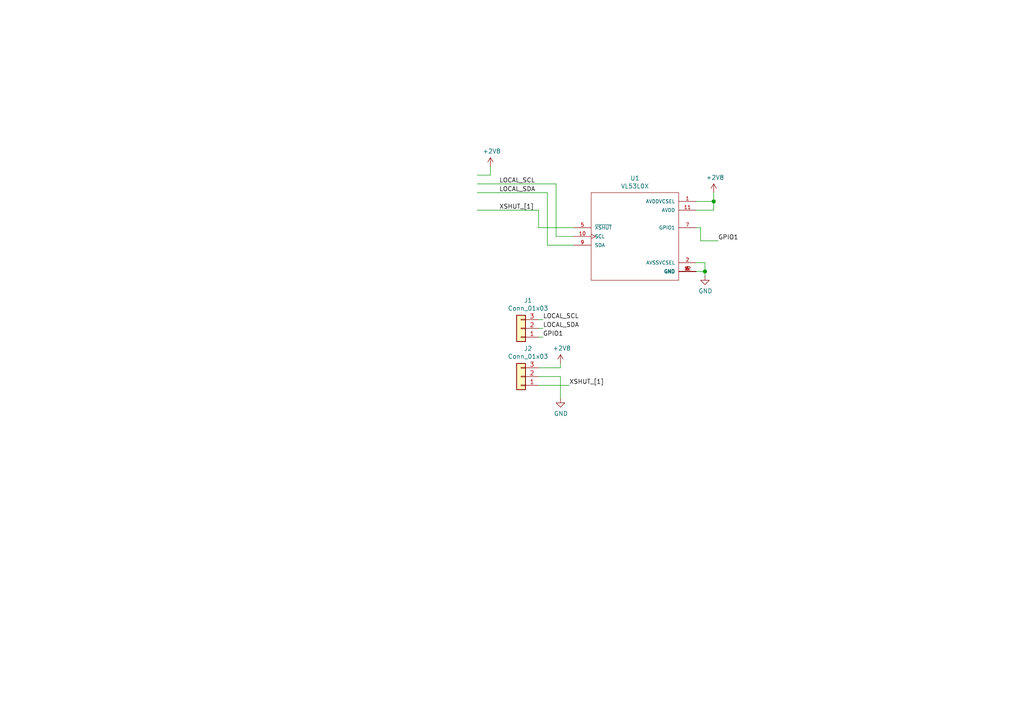
<source format=kicad_sch>
(kicad_sch (version 20201015) (generator eeschema)
  (paper "A4")
  (lib_symbols
    (symbol "Connector_Generic:Conn_01x03" (pin_names (offset 1.016) hide)
      (property "Reference" "J" (at 0 5.08 0))
      (property "Value" "Conn_01x03" (at 0 -5.08 0))
      (symbol "Conn_01x03_1_1"
        (rectangle (start -1.27 -2.413) (end 0 -2.667) (stroke (width 0.1524)))
        (rectangle (start -1.27 2.667) (end 0 2.413) (stroke (width 0.1524)))
        (rectangle (start -1.27 3.81) (end 1.27 -3.81) (stroke (width 0.254)) (fill (type background)))
        (rectangle (start -1.27 0.127) (end 0 -0.127) (stroke (width 0.1524)))
        (pin passive line (at -5.08 2.54 0) (length 3.81) (name "Pin_1") (number "1"))
        (pin passive line (at -5.08 0 0) (length 3.81) (name "Pin_2") (number "2"))
        (pin passive line (at -5.08 -2.54 0) (length 3.81) (name "Pin_3") (number "3"))
      )
    )
    (symbol "VL53L0X:VL53L0X" (pin_names (offset 1.016))
      (property "Reference" "U" (at -12.7254 13.2334 0))
      (property "Value" "VL53L0X" (at -12.7254 -15.2654 0))
      (symbol "VL53L0X_0_0"
        (polyline (pts (xy -12.7 12.7) (xy -12.7 -12.7)) (stroke (width 0.127)))
        (polyline (pts (xy -12.7 -12.7) (xy 12.7 -12.7)) (stroke (width 0.127)))
        (polyline (pts (xy 12.7 -12.7) (xy 12.7 12.7)) (stroke (width 0.127)))
        (polyline (pts (xy 12.7 12.7) (xy -12.7 12.7)) (stroke (width 0.127)))
        (pin power_in line (at 17.78 10.16 180) (length 5.08) (name "AVDDVCSEL") (number "1"))
        (pin input line (at -17.78 2.54 0) (length 5.08) (name "~XSHUT~") (number "5"))
        (pin power_in line (at 17.78 -10.16 180) (length 5.08) (name "GND") (number "3"))
        (pin power_in line (at 17.78 -10.16 180) (length 5.08) (name "GND") (number "4"))
        (pin power_in line (at 17.78 -10.16 180) (length 5.08) (name "GND") (number "6"))
        (pin power_in line (at 17.78 -10.16 180) (length 5.08) (name "GND") (number "12"))
        (pin output line (at 17.78 2.54 180) (length 5.08) (name "GPIO1") (number "7"))
        (pin bidirectional line (at -17.78 -2.54 0) (length 5.08) (name "SDA") (number "9"))
        (pin input clock (at -17.78 0 0) (length 5.08) (name "SCL") (number "10"))
        (pin power_in line (at 17.78 7.62 180) (length 5.08) (name "AVDD") (number "11"))
        (pin power_in line (at 17.78 -7.62 180) (length 5.08) (name "AVSSVCSEL") (number "2"))
      )
    )
    (symbol "power:+2V8" (power) (pin_names (offset 0))
      (property "Value" "+2V8" (at 0 3.556 0))
      (symbol "+2V8_0_1"
        (polyline (pts (xy -0.762 1.27) (xy 0 2.54)))
        (polyline (pts (xy 0 0) (xy 0 2.54)))
        (polyline (pts (xy 0 2.54) (xy 0.762 1.27)))
      )
      (symbol "+2V8_1_1"
        (pin power_in line (at 0 0 90) (length 0) hide (name "+2V8") (number "1"))
      )
    )
    (symbol "power:GND" (power) (pin_names (offset 0))
      (property "Value" "GND" (at 0 -3.81 0))
      (symbol "GND_0_1"
        (polyline (pts (xy 0 0) (xy 0 -1.27) (xy 1.27 -1.27) (xy 0 -2.54) (xy -1.27 -1.27) (xy 0 -1.27)))
      )
      (symbol "GND_1_1"
        (pin power_in line (at 0 0 270) (length 0) hide (name "GND") (number "1"))
      )
    )
  )
  (junction (at 204.47 78.74) (diameter 1.016))
  (junction (at 207.01 58.42) (diameter 1.016))
  (wire (pts (xy 138.43 50.8) (xy 142.24 50.8)))
  (wire (pts (xy 138.43 53.34) (xy 161.29 53.34)))
  (wire (pts (xy 138.43 55.88) (xy 158.75 55.88)))
  (wire (pts (xy 138.43 60.96) (xy 156.21 60.96)))
  (wire (pts (xy 142.24 50.8) (xy 142.24 48.26)))
  (wire (pts (xy 156.21 60.96) (xy 156.21 66.04)))
  (wire (pts (xy 156.21 92.71) (xy 157.48 92.71)))
  (wire (pts (xy 156.21 95.25) (xy 157.48 95.25)))
  (wire (pts (xy 156.21 97.79) (xy 157.48 97.79)))
  (wire (pts (xy 156.21 109.22) (xy 162.56 109.22)))
  (wire (pts (xy 156.21 111.76) (xy 165.1 111.76)))
  (wire (pts (xy 158.75 55.88) (xy 158.75 71.12)))
  (wire (pts (xy 158.75 71.12) (xy 166.37 71.12)))
  (wire (pts (xy 161.29 53.34) (xy 161.29 68.58)))
  (wire (pts (xy 161.29 68.58) (xy 166.37 68.58)))
  (wire (pts (xy 162.56 105.41) (xy 162.56 106.68)))
  (wire (pts (xy 162.56 106.68) (xy 156.21 106.68)))
  (wire (pts (xy 162.56 109.22) (xy 162.56 115.57)))
  (wire (pts (xy 166.37 66.04) (xy 156.21 66.04)))
  (wire (pts (xy 201.93 58.42) (xy 207.01 58.42)))
  (wire (pts (xy 201.93 60.96) (xy 207.01 60.96)))
  (wire (pts (xy 201.93 66.04) (xy 203.2 66.04)))
  (wire (pts (xy 201.93 76.2) (xy 204.47 76.2)))
  (wire (pts (xy 201.93 78.74) (xy 204.47 78.74)))
  (wire (pts (xy 203.2 66.04) (xy 203.2 69.85)))
  (wire (pts (xy 203.2 69.85) (xy 208.28 69.85)))
  (wire (pts (xy 204.47 78.74) (xy 204.47 76.2)))
  (wire (pts (xy 204.47 78.74) (xy 204.47 80.01)))
  (wire (pts (xy 207.01 58.42) (xy 207.01 55.88)))
  (wire (pts (xy 207.01 58.42) (xy 207.01 60.96)))
  (label "LOCAL_SCL" (at 144.78 53.34 0))
  (label "LOCAL_SDA" (at 144.78 55.88 0))
  (label "XSHUT_[1]" (at 144.78 60.96 0))
  (label "LOCAL_SCL" (at 157.48 92.71 0))
  (label "LOCAL_SDA" (at 157.48 95.25 0))
  (label "GPIO1" (at 157.48 97.79 0))
  (label "XSHUT_[1]" (at 165.1 111.76 0))
  (label "GPIO1" (at 208.28 69.85 0))
  (symbol (lib_id "power:+2V8") (at 142.24 48.26 0)
    (property "Reference" "#PWR0102" (effects hide))
    (property "Value" "+2V8" (at 142.621 43.8658 0))
  )
  (symbol (lib_id "power:+2V8") (at 162.56 105.41 0) (unit 1)
    (property "Reference" "#PWR01" (effects hide))
    (property "Value" "+2V8" (at 162.941 101.0158 0))
  )
  (symbol (lib_id "power:+2V8") (at 207.01 55.88 0)
    (property "Reference" "#PWR0101" (effects hide))
    (property "Value" "+2V8" (at 207.391 51.4858 0))
  )
  (symbol (lib_id "power:GND") (at 162.56 115.57 0) (unit 1)
    (property "Reference" "#PWR02" (effects hide))
    (property "Value" "GND" (at 162.687 119.9642 0))
  )
  (symbol (lib_id "power:GND") (at 204.47 80.01 0) (unit 1)
    (property "Reference" "#PWR03" (effects hide))
    (property "Value" "GND" (at 204.597 84.4042 0))
  )
  (symbol (lib_id "Connector_Generic:Conn_01x03") (at 151.13 95.25 180) (unit 1)
    (property "Reference" "J1" (at 153.162 87.1282 0))
    (property "Value" "Conn_01x03" (at 153.162 89.4269 0))
    (property "Footprint" "Connector_PinHeader_2.00mm:PinHeader_1x03_P2.00mm_Horizontal" (effects hide))
  )
  (symbol (lib_id "Connector_Generic:Conn_01x03") (at 151.13 109.22 180) (unit 1)
    (property "Reference" "J2" (at 153.162 101.0982 0))
    (property "Value" "Conn_01x03" (at 153.162 103.3969 0))
    (property "Footprint" "connector_brd2brd:1x3" (effects hide))
  )
  (symbol (lib_id "VL53L0X:VL53L0X") (at 184.15 68.58 0)
    (property "Reference" "U1" (at 184.15 51.689 0))
    (property "Value" "VL53L0X" (at 184.15 54.0004 0))
    (property "Footprint" "synermycha-electronics:SENSOR_VL53L0X" (effects hide))
    (property "Datasheet" "1.0" (effects hide))
    (property "Field4" "Manufacturer Recommendation" (effects hide))
    (property "Field5" "ST Microelectronics" (effects hide))
  )
)
</source>
